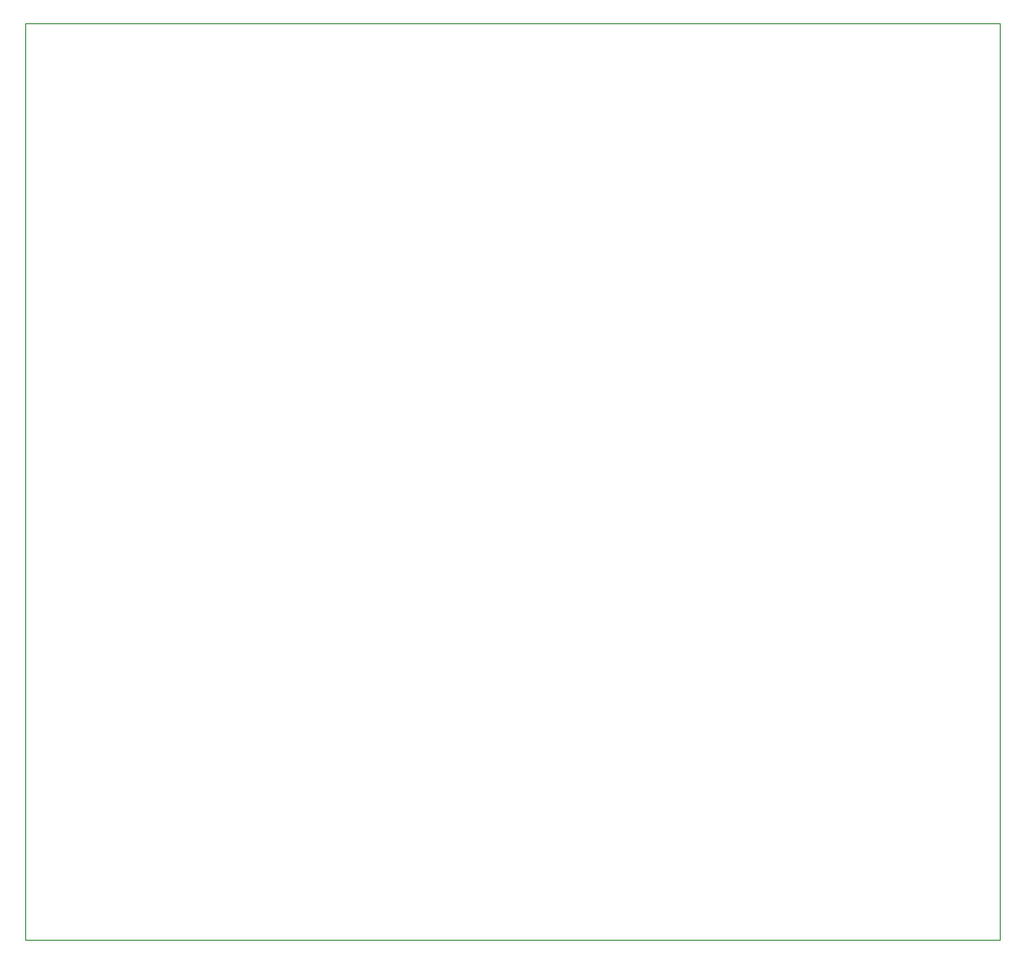
<source format=gm1>
G04 #@! TF.GenerationSoftware,KiCad,Pcbnew,5.1.6+dfsg1-1~bpo9+1*
G04 #@! TF.CreationDate,2022-04-04T20:49:37+02:00*
G04 #@! TF.ProjectId,sdrtrx-traco,73647274-7278-42d7-9472-61636f2e6b69,1*
G04 #@! TF.SameCoordinates,Original*
G04 #@! TF.FileFunction,Profile,NP*
%FSLAX46Y46*%
G04 Gerber Fmt 4.6, Leading zero omitted, Abs format (unit mm)*
G04 Created by KiCad (PCBNEW 5.1.6+dfsg1-1~bpo9+1) date 2022-04-04 20:49:37*
%MOMM*%
%LPD*%
G01*
G04 APERTURE LIST*
G04 #@! TA.AperFunction,Profile*
%ADD10C,0.100000*%
G04 #@! TD*
G04 APERTURE END LIST*
D10*
X0Y10000D02*
X85000000Y10000D01*
X85000000Y80010000D02*
X85000000Y10000D01*
X0Y80010000D02*
X0Y10000D01*
X0Y80010000D02*
X85000000Y80010000D01*
M02*

</source>
